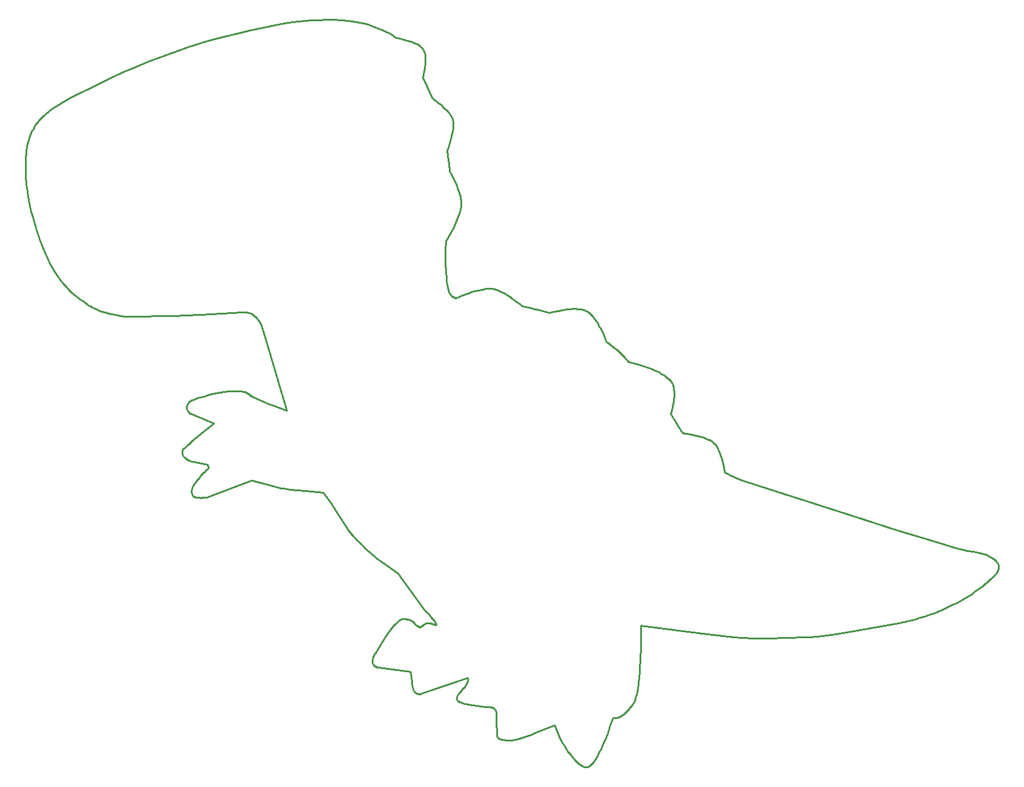
<source format=gbr>
G04 #@! TF.GenerationSoftware,KiCad,Pcbnew,8.0.2*
G04 #@! TF.CreationDate,2024-12-10T10:09:32-07:00*
G04 #@! TF.ProjectId,Makerspace_THT_Workshop,4d616b65-7273-4706-9163-655f5448545f,V1.0*
G04 #@! TF.SameCoordinates,Original*
G04 #@! TF.FileFunction,Profile,NP*
%FSLAX46Y46*%
G04 Gerber Fmt 4.6, Leading zero omitted, Abs format (unit mm)*
G04 Created by KiCad (PCBNEW 8.0.2) date 2024-12-10 10:09:32*
%MOMM*%
%LPD*%
G01*
G04 APERTURE LIST*
G04 #@! TA.AperFunction,Profile*
%ADD10C,0.291041*%
G04 #@! TD*
G04 APERTURE END LIST*
D10*
X125249469Y-49621411D02*
X126307109Y-49664744D01*
X127349727Y-49753325D01*
X128360195Y-49893795D01*
X128848020Y-49985564D01*
X129321385Y-50092794D01*
X129778148Y-50216318D01*
X130216168Y-50356963D01*
X130881837Y-50595982D01*
X131481228Y-50825263D01*
X132019751Y-51047344D01*
X132502818Y-51264764D01*
X132935840Y-51480061D01*
X133324230Y-51695772D01*
X133673398Y-51914435D01*
X133988757Y-52138589D01*
X134467509Y-52229337D01*
X134973774Y-52346269D01*
X135266745Y-52423644D01*
X135576033Y-52514015D01*
X135893956Y-52617671D01*
X136212834Y-52734905D01*
X136524985Y-52866009D01*
X136822727Y-53011273D01*
X136963796Y-53089306D01*
X137098381Y-53170989D01*
X137225524Y-53256357D01*
X137344264Y-53345448D01*
X137453641Y-53438297D01*
X137552695Y-53534942D01*
X137640466Y-53635418D01*
X137715994Y-53739762D01*
X137716002Y-53739796D01*
X137779233Y-53848666D01*
X137834150Y-53966938D01*
X137881167Y-54093768D01*
X137920698Y-54228313D01*
X137978954Y-54517174D01*
X138012226Y-54826776D01*
X138023824Y-55150374D01*
X138017055Y-55481222D01*
X137995229Y-55812576D01*
X137961653Y-56137688D01*
X137919637Y-56449814D01*
X137872489Y-56742209D01*
X137776029Y-57240822D01*
X137667100Y-57704469D01*
X137842766Y-58053306D01*
X138016665Y-58408786D01*
X138188375Y-58769764D01*
X138357472Y-59135097D01*
X138523535Y-59503642D01*
X138686141Y-59874255D01*
X138844867Y-60245793D01*
X138999291Y-60617112D01*
X139385350Y-60882647D01*
X139789449Y-61181778D01*
X140021378Y-61363370D01*
X140264508Y-61562671D01*
X140512297Y-61776948D01*
X140758208Y-62003468D01*
X140995700Y-62239499D01*
X141218235Y-62482309D01*
X141321849Y-62605402D01*
X141419272Y-62729165D01*
X141509685Y-62853257D01*
X141592272Y-62977335D01*
X141666214Y-63101059D01*
X141730695Y-63224086D01*
X141784897Y-63346076D01*
X141828002Y-63466687D01*
X141865019Y-63605741D01*
X141892651Y-63753144D01*
X141911435Y-63908061D01*
X141921911Y-64069655D01*
X141920090Y-64409521D01*
X141891495Y-64766046D01*
X141840435Y-65132534D01*
X141771217Y-65502287D01*
X141688147Y-65868609D01*
X141595534Y-66224802D01*
X141398907Y-66880018D01*
X141215794Y-67414360D01*
X141027953Y-67906123D01*
X141138109Y-68570772D01*
X141244309Y-69255995D01*
X141294407Y-69609508D01*
X141341695Y-69971989D01*
X141385563Y-70344712D01*
X141425405Y-70728951D01*
X141678748Y-71204006D01*
X141937843Y-71724252D01*
X142083701Y-72033596D01*
X142234034Y-72367580D01*
X142384044Y-72720071D01*
X142528933Y-73084940D01*
X142663900Y-73456055D01*
X142784149Y-73827285D01*
X142884880Y-74192499D01*
X142961295Y-74545566D01*
X142988884Y-74715629D01*
X143008594Y-74880355D01*
X143019826Y-75038980D01*
X143021980Y-75190736D01*
X142992790Y-75564199D01*
X142921704Y-75965648D01*
X142814762Y-76387899D01*
X142678005Y-76823763D01*
X142517474Y-77266055D01*
X142339210Y-77707589D01*
X142149254Y-78141177D01*
X141953646Y-78559636D01*
X141569639Y-79322414D01*
X141235516Y-79938434D01*
X140910225Y-80500238D01*
X140891450Y-80671488D01*
X140874626Y-80844349D01*
X140859597Y-81023894D01*
X140846209Y-81215198D01*
X140846167Y-81215198D01*
X140835822Y-81423193D01*
X140830236Y-81633038D01*
X140828226Y-81843682D01*
X140828610Y-82054079D01*
X140831830Y-82469933D01*
X140832302Y-82673294D01*
X140830439Y-82872214D01*
X140828033Y-83152346D01*
X140830191Y-83410239D01*
X140836371Y-83653284D01*
X140846031Y-83888869D01*
X140873628Y-84367223D01*
X140908647Y-84904417D01*
X140952880Y-85516215D01*
X140979753Y-85825898D01*
X141009179Y-86121732D01*
X141040693Y-86391437D01*
X141073831Y-86622736D01*
X141108129Y-86803348D01*
X141125567Y-86870809D01*
X141143121Y-86920995D01*
X141156701Y-86963609D01*
X141169521Y-87022289D01*
X141199853Y-87179986D01*
X141220852Y-87275071D01*
X141248064Y-87378359D01*
X141283233Y-87487886D01*
X141328101Y-87601684D01*
X141354717Y-87659571D01*
X141384412Y-87717789D01*
X141417403Y-87776092D01*
X141453909Y-87834235D01*
X141494147Y-87891971D01*
X141538336Y-87949055D01*
X141586692Y-88005242D01*
X141639435Y-88060285D01*
X141696782Y-88113940D01*
X141758951Y-88165959D01*
X141826160Y-88216098D01*
X141898626Y-88264111D01*
X141976569Y-88309752D01*
X142060205Y-88352775D01*
X142149752Y-88392936D01*
X142245429Y-88429987D01*
X142803584Y-88191150D01*
X143412666Y-87951630D01*
X143773864Y-87819061D01*
X144162987Y-87684510D01*
X144572651Y-87552897D01*
X144995472Y-87429141D01*
X145424066Y-87318160D01*
X145851048Y-87224873D01*
X146269034Y-87154199D01*
X146472346Y-87128879D01*
X146670640Y-87111057D01*
X146862993Y-87101347D01*
X147048482Y-87100365D01*
X147226183Y-87108725D01*
X147395175Y-87127043D01*
X147547634Y-87154175D01*
X147705167Y-87192238D01*
X148032856Y-87298067D01*
X148373041Y-87438341D01*
X148720520Y-87606873D01*
X149070092Y-87797478D01*
X149416556Y-88003968D01*
X149754709Y-88220155D01*
X150079350Y-88439854D01*
X150667293Y-88865036D01*
X151138771Y-89230017D01*
X151565888Y-89581398D01*
X152386849Y-89755502D01*
X153323811Y-89968813D01*
X153816070Y-90087632D01*
X154313661Y-90213205D01*
X154808695Y-90344517D01*
X155293284Y-90480553D01*
X155885016Y-90328479D01*
X156523954Y-90189167D01*
X156899812Y-90118504D01*
X157302072Y-90052810D01*
X157722339Y-89996319D01*
X158152220Y-89953261D01*
X158583320Y-89927868D01*
X159007246Y-89924373D01*
X159213896Y-89932159D01*
X159415604Y-89947006D01*
X159611322Y-89969444D01*
X159800000Y-90000000D01*
X159980590Y-90039204D01*
X160152041Y-90087586D01*
X160313304Y-90145673D01*
X160463331Y-90213995D01*
X160606737Y-90295630D01*
X160748430Y-90392381D01*
X160888224Y-90503089D01*
X161025933Y-90626592D01*
X161161370Y-90761729D01*
X161294349Y-90907337D01*
X161552188Y-91225325D01*
X161797962Y-91571265D01*
X162030180Y-91935866D01*
X162247352Y-92309839D01*
X162447989Y-92683891D01*
X162630601Y-93048732D01*
X162793698Y-93395071D01*
X163055389Y-93995080D01*
X163279043Y-94564279D01*
X163547321Y-94753836D01*
X163808892Y-94944361D01*
X164060875Y-95133990D01*
X164300392Y-95320854D01*
X164524563Y-95503089D01*
X164730508Y-95678827D01*
X164915348Y-95846201D01*
X165076203Y-96003346D01*
X165759212Y-96699755D01*
X166382167Y-97330023D01*
X167161434Y-97518558D01*
X167984483Y-97752147D01*
X168460309Y-97903167D01*
X168962220Y-98076771D01*
X169477632Y-98272787D01*
X169993957Y-98491043D01*
X170498610Y-98731364D01*
X170979003Y-98993577D01*
X171206170Y-99132839D01*
X171422551Y-99277510D01*
X171626575Y-99427566D01*
X171816668Y-99582988D01*
X171991256Y-99743753D01*
X172148766Y-99909839D01*
X172287625Y-100081226D01*
X172406260Y-100257890D01*
X172471209Y-100378804D01*
X172527050Y-100509656D01*
X172574245Y-100649544D01*
X172613256Y-100797564D01*
X172668575Y-101114385D01*
X172696703Y-101452892D01*
X172701337Y-101805857D01*
X172686175Y-102166050D01*
X172654912Y-102526245D01*
X172611245Y-102879213D01*
X172501487Y-103534554D01*
X172386474Y-104074248D01*
X172258975Y-104575394D01*
X173005964Y-105825811D01*
X173417318Y-106501904D01*
X173644282Y-106862974D01*
X173889941Y-107243317D01*
X174418077Y-107315434D01*
X174982702Y-107411780D01*
X175312285Y-107476833D01*
X175662767Y-107553829D01*
X176026184Y-107643284D01*
X176394576Y-107745714D01*
X176759978Y-107861637D01*
X177114430Y-107991569D01*
X177449970Y-108136027D01*
X177608159Y-108213865D01*
X177758634Y-108295527D01*
X177900400Y-108381080D01*
X178032461Y-108470587D01*
X178153822Y-108564112D01*
X178263488Y-108661722D01*
X178359381Y-108761642D01*
X178451839Y-108872730D01*
X178626551Y-109124652D01*
X178787831Y-109409963D01*
X178935882Y-109721140D01*
X179070910Y-110050660D01*
X179193121Y-110390997D01*
X179302719Y-110734630D01*
X179399909Y-111074033D01*
X179557888Y-111710058D01*
X179668698Y-112238882D01*
X179755377Y-112734169D01*
X180157840Y-112939940D01*
X180568861Y-113135737D01*
X180983675Y-113321106D01*
X181397519Y-113495590D01*
X182203242Y-113810081D01*
X182947923Y-114075566D01*
X183593455Y-114288400D01*
X184101731Y-114444937D01*
X184554080Y-114574541D01*
X197747752Y-118826533D01*
X203781823Y-120796197D01*
X206952932Y-121715949D01*
X209723482Y-122534371D01*
X212223286Y-123297365D01*
X212565622Y-123396279D01*
X212917577Y-123482753D01*
X213641250Y-123630535D01*
X214376109Y-123765016D01*
X215103961Y-123910500D01*
X215459573Y-123994964D01*
X215806610Y-124091292D01*
X216142797Y-124202523D01*
X216465860Y-124331696D01*
X216773525Y-124481847D01*
X217063518Y-124656016D01*
X217201177Y-124753056D01*
X217333564Y-124857240D01*
X217460396Y-124968947D01*
X217581388Y-125088557D01*
X217617606Y-125127735D01*
X217651515Y-125166857D01*
X217683173Y-125205926D01*
X217712633Y-125244945D01*
X217739953Y-125283914D01*
X217765186Y-125322838D01*
X217788389Y-125361716D01*
X217809617Y-125400553D01*
X217828925Y-125439349D01*
X217846369Y-125478107D01*
X217875886Y-125555516D01*
X217898611Y-125632797D01*
X217914988Y-125709968D01*
X217925459Y-125787044D01*
X217930469Y-125864042D01*
X217930460Y-125940979D01*
X217925876Y-126017872D01*
X217917160Y-126094737D01*
X217904756Y-126171592D01*
X217889106Y-126248453D01*
X217870655Y-126325336D01*
X217851602Y-126388619D01*
X217826861Y-126452900D01*
X217796846Y-126517980D01*
X217761969Y-126583664D01*
X217722642Y-126649753D01*
X217679279Y-126716051D01*
X217582093Y-126848484D01*
X217473713Y-126979386D01*
X217357438Y-127107179D01*
X217236570Y-127230287D01*
X217114410Y-127347132D01*
X216994259Y-127456137D01*
X216879418Y-127555725D01*
X216678871Y-127720341D01*
X216486743Y-127867175D01*
X216292616Y-128052771D01*
X216049803Y-128269606D01*
X215709684Y-128555658D01*
X215272156Y-128900820D01*
X214737115Y-129294987D01*
X214104458Y-129728051D01*
X213374081Y-130189907D01*
X212972214Y-130428473D01*
X212545879Y-130670448D01*
X212095062Y-130914568D01*
X211619750Y-131159569D01*
X211119930Y-131404188D01*
X210595589Y-131647163D01*
X210046714Y-131887229D01*
X209473292Y-132123123D01*
X208875311Y-132353583D01*
X208252757Y-132577344D01*
X207605617Y-132793144D01*
X206933879Y-132999720D01*
X206237529Y-133195807D01*
X205516554Y-133380143D01*
X204770941Y-133551465D01*
X204000679Y-133708508D01*
X198710606Y-134679183D01*
X195211408Y-135260020D01*
X192682878Y-135615649D01*
X191332635Y-135682088D01*
X188047892Y-135795421D01*
X186039139Y-135829370D01*
X183977627Y-135826678D01*
X182006979Y-135771224D01*
X181100611Y-135718673D01*
X180270817Y-135646886D01*
X176598202Y-135222866D01*
X172603165Y-134716774D01*
X168077603Y-134114932D01*
X168077603Y-137241396D01*
X167796225Y-141587181D01*
X167771969Y-141809328D01*
X167706790Y-142347619D01*
X167662413Y-142675249D01*
X167612076Y-143009831D01*
X167557201Y-143327338D01*
X167528507Y-143472179D01*
X167499212Y-143603741D01*
X167456755Y-143762551D01*
X167401897Y-143941895D01*
X167340205Y-144128918D01*
X167277247Y-144310764D01*
X167124083Y-144729271D01*
X167051174Y-144841565D01*
X166847612Y-145134056D01*
X166703945Y-145327067D01*
X166536147Y-145540158D01*
X166347059Y-145765005D01*
X166139527Y-145993284D01*
X165916394Y-146216674D01*
X165680503Y-146426849D01*
X165558662Y-146524381D01*
X165434698Y-146615488D01*
X165308967Y-146699129D01*
X165181824Y-146774266D01*
X165053623Y-146839856D01*
X164924722Y-146894860D01*
X164795475Y-146938238D01*
X164666238Y-146968948D01*
X164537366Y-146985951D01*
X164409214Y-146988206D01*
X164282139Y-146974672D01*
X164156495Y-146944310D01*
X164156495Y-146944394D01*
X163786197Y-148059437D01*
X163373066Y-149196761D01*
X163124013Y-149835567D01*
X162852162Y-150492637D01*
X162561657Y-151146598D01*
X162256645Y-151776078D01*
X161941270Y-152359702D01*
X161619677Y-152876096D01*
X161457844Y-153102404D01*
X161296011Y-153303889D01*
X161134696Y-153477880D01*
X160974418Y-153621706D01*
X160815694Y-153732694D01*
X160659042Y-153808174D01*
X160504981Y-153845472D01*
X160354029Y-153841919D01*
X160203584Y-153806656D01*
X160051001Y-153751526D01*
X159896735Y-153677904D01*
X159741237Y-153587167D01*
X159584963Y-153480692D01*
X159428365Y-153359854D01*
X159271896Y-153226030D01*
X159116010Y-153080596D01*
X158807801Y-152760405D01*
X158507365Y-152410292D01*
X158218327Y-152041265D01*
X157944316Y-151664337D01*
X157688957Y-151290517D01*
X157455879Y-150930817D01*
X157071072Y-150297818D01*
X156728407Y-149685716D01*
X156020967Y-148005554D01*
X153810216Y-148801416D01*
X153290039Y-149044037D01*
X152722966Y-149285346D01*
X152386934Y-149417927D01*
X152025145Y-149551573D01*
X151644526Y-149681121D01*
X151252008Y-149801407D01*
X150854518Y-149907266D01*
X150458987Y-149993536D01*
X150072342Y-150055052D01*
X149884518Y-150074913D01*
X149701514Y-150086650D01*
X149524196Y-150089616D01*
X149353430Y-150083166D01*
X149190083Y-150066654D01*
X149035020Y-150039436D01*
X148681340Y-149972642D01*
X148591568Y-149952367D01*
X148503560Y-149928061D01*
X148418467Y-149898423D01*
X148377374Y-149881199D01*
X148337441Y-149862155D01*
X148298813Y-149841127D01*
X148261633Y-149817954D01*
X148226046Y-149792473D01*
X148192196Y-149764521D01*
X148160227Y-149733937D01*
X148130282Y-149700556D01*
X148102505Y-149664218D01*
X148077041Y-149624759D01*
X148054034Y-149582017D01*
X148033627Y-149535829D01*
X148015965Y-149486033D01*
X148001191Y-149432467D01*
X147989449Y-149374967D01*
X147980885Y-149313371D01*
X147975640Y-149247516D01*
X147973860Y-149177241D01*
X147971010Y-148881945D01*
X147963495Y-148584834D01*
X147940693Y-148035949D01*
X147907527Y-147474974D01*
X147907527Y-146259059D01*
X147907198Y-146223100D01*
X147904223Y-146181882D01*
X147897097Y-146128487D01*
X147884111Y-146065403D01*
X147863556Y-145995117D01*
X147849906Y-145958051D01*
X147833723Y-145920116D01*
X147814794Y-145881625D01*
X147792904Y-145842887D01*
X147767841Y-145804215D01*
X147739390Y-145765918D01*
X147707338Y-145728308D01*
X147671472Y-145691695D01*
X147631577Y-145656390D01*
X147587441Y-145622705D01*
X147538850Y-145590950D01*
X147485589Y-145561436D01*
X147427446Y-145534474D01*
X147364207Y-145510374D01*
X147295659Y-145489449D01*
X147221587Y-145472008D01*
X147141778Y-145458362D01*
X147056019Y-145448823D01*
X146964096Y-145443701D01*
X146865795Y-145443307D01*
X146645972Y-145440755D01*
X146396740Y-145425948D01*
X145834103Y-145366431D01*
X145226006Y-145278462D01*
X144620566Y-145175749D01*
X143610142Y-144980923D01*
X143187787Y-144891612D01*
X143142246Y-144867350D01*
X143073817Y-144841500D01*
X142891618Y-144777307D01*
X142789508Y-144735097D01*
X142687832Y-144683567D01*
X142638978Y-144653703D01*
X142592419Y-144620784D01*
X142548883Y-144584568D01*
X142509100Y-144544814D01*
X142473798Y-144501280D01*
X142443706Y-144453724D01*
X142419552Y-144401905D01*
X142402065Y-144345581D01*
X142391975Y-144284511D01*
X142390010Y-144218452D01*
X142396898Y-144147164D01*
X142413369Y-144070404D01*
X142440151Y-143987930D01*
X142477973Y-143899502D01*
X142527564Y-143804878D01*
X142589653Y-143703815D01*
X142664968Y-143596073D01*
X142754238Y-143481409D01*
X142858192Y-143359582D01*
X142977559Y-143230350D01*
X143211206Y-142976545D01*
X143406872Y-142744706D01*
X143567716Y-142534060D01*
X143696901Y-142343837D01*
X143797587Y-142173265D01*
X143872935Y-142021573D01*
X143926105Y-141887988D01*
X143960259Y-141771741D01*
X143978557Y-141672059D01*
X143984160Y-141588171D01*
X143980229Y-141519305D01*
X143969925Y-141464690D01*
X143956408Y-141423554D01*
X143942840Y-141395127D01*
X143928193Y-141373311D01*
X137384379Y-143606175D01*
X137338524Y-143615502D01*
X137285576Y-143622497D01*
X137216502Y-143626902D01*
X137134214Y-143625607D01*
X137089027Y-143621851D01*
X137041629Y-143615504D01*
X136992385Y-143606177D01*
X136941660Y-143593483D01*
X136889817Y-143577032D01*
X136837222Y-143556436D01*
X136784238Y-143531306D01*
X136731230Y-143501254D01*
X136678561Y-143465891D01*
X136626597Y-143424828D01*
X136575702Y-143377677D01*
X136526240Y-143324049D01*
X136478574Y-143263556D01*
X136433071Y-143195808D01*
X136390093Y-143120418D01*
X136350006Y-143036997D01*
X136313173Y-142945156D01*
X136279959Y-142844506D01*
X136250728Y-142734659D01*
X136225845Y-142615226D01*
X136205673Y-142485819D01*
X136190578Y-142346049D01*
X136142046Y-141821950D01*
X136096623Y-141403033D01*
X136055343Y-141078417D01*
X136019245Y-140837221D01*
X135989365Y-140668565D01*
X135966738Y-140561568D01*
X135947393Y-140489027D01*
X131614339Y-139958447D01*
X131539942Y-139950545D01*
X131457681Y-139936442D01*
X131354922Y-139911813D01*
X131238820Y-139873842D01*
X131178002Y-139848973D01*
X131116532Y-139819712D01*
X131055306Y-139785707D01*
X130995217Y-139746605D01*
X130937160Y-139702054D01*
X130882029Y-139651703D01*
X130830720Y-139595199D01*
X130784127Y-139532190D01*
X130743145Y-139462323D01*
X130708667Y-139385247D01*
X130681590Y-139300610D01*
X130662806Y-139208059D01*
X130653212Y-139107242D01*
X130653701Y-138997806D01*
X130665169Y-138879400D01*
X130688509Y-138751672D01*
X130724617Y-138614270D01*
X130774387Y-138466840D01*
X130838713Y-138309032D01*
X130918491Y-138140492D01*
X131014614Y-137960869D01*
X131127978Y-137769810D01*
X131996039Y-136393281D01*
X132634045Y-135412609D01*
X133161860Y-134630557D01*
X133348737Y-134418119D01*
X133550078Y-134198039D01*
X133794684Y-133942465D01*
X133926492Y-133810841D01*
X134061053Y-133681710D01*
X134195679Y-133558862D01*
X134327681Y-133446085D01*
X134454373Y-133347168D01*
X134514888Y-133304091D01*
X134573067Y-133265899D01*
X134628574Y-133233068D01*
X134681074Y-133206069D01*
X134730230Y-133185378D01*
X134775706Y-133171466D01*
X134820167Y-133162311D01*
X134866365Y-133155483D01*
X134963144Y-133148277D01*
X135064393Y-133148778D01*
X135168459Y-133155919D01*
X135273690Y-133168629D01*
X135378436Y-133185841D01*
X135481045Y-133206486D01*
X135579865Y-133229495D01*
X135759531Y-133278330D01*
X135904223Y-133323798D01*
X136035832Y-133370431D01*
X136203863Y-133528630D01*
X136380424Y-133688816D01*
X136588925Y-133869670D01*
X136698179Y-133960023D01*
X136807048Y-134046152D01*
X136912742Y-134124927D01*
X137012472Y-134193219D01*
X137103449Y-134247897D01*
X137144783Y-134269152D01*
X137182882Y-134285830D01*
X137217398Y-134297539D01*
X137247981Y-134303889D01*
X137274284Y-134304487D01*
X137295958Y-134298943D01*
X137342488Y-134276257D01*
X137390476Y-134250106D01*
X137439306Y-134221170D01*
X137488362Y-134190130D01*
X137537030Y-134157665D01*
X137584693Y-134124456D01*
X137674547Y-134058523D01*
X137753002Y-133997772D01*
X137815135Y-133947643D01*
X137870748Y-133901012D01*
X137892597Y-133885683D01*
X137920004Y-133869097D01*
X137958487Y-133848852D01*
X138008110Y-133826664D01*
X138037120Y-133815378D01*
X138068938Y-133804249D01*
X138103574Y-133793493D01*
X138141036Y-133783324D01*
X138181331Y-133773957D01*
X138224468Y-133765606D01*
X138270454Y-133758485D01*
X138319299Y-133752809D01*
X138371009Y-133748793D01*
X138425594Y-133746652D01*
X138483060Y-133746599D01*
X138543417Y-133748849D01*
X138606673Y-133753618D01*
X138672835Y-133761119D01*
X138741911Y-133771567D01*
X138813910Y-133785176D01*
X138888840Y-133802161D01*
X138966709Y-133822738D01*
X139047524Y-133847119D01*
X139131295Y-133875520D01*
X139218029Y-133908155D01*
X139307734Y-133945239D01*
X139388878Y-133975726D01*
X139450656Y-133989135D01*
X139494169Y-133986521D01*
X139520519Y-133968942D01*
X139530807Y-133937454D01*
X139526133Y-133893114D01*
X139507598Y-133836978D01*
X139476305Y-133770103D01*
X139379844Y-133608360D01*
X139245558Y-133416339D01*
X139082257Y-133202491D01*
X138898748Y-132975268D01*
X138506340Y-132514508D01*
X138138803Y-132101676D01*
X137760213Y-131690269D01*
X134218044Y-126814726D01*
X133368525Y-126229981D01*
X132458858Y-125569944D01*
X131927199Y-125168687D01*
X131361238Y-124727815D01*
X130773660Y-124253236D01*
X130177151Y-123750858D01*
X129584398Y-123226589D01*
X129008086Y-122686336D01*
X128460902Y-122136008D01*
X127955531Y-121581512D01*
X127722490Y-121304548D01*
X127504660Y-121028757D01*
X127303626Y-120754878D01*
X127120974Y-120483650D01*
X125824959Y-118493463D01*
X124772221Y-116919483D01*
X123806926Y-115512569D01*
X123033125Y-115458344D01*
X121227591Y-115313257D01*
X120179736Y-115214884D01*
X119164123Y-115103689D01*
X118277477Y-114982968D01*
X117912742Y-114920066D01*
X117616522Y-114856020D01*
X116435304Y-114549720D01*
X115177878Y-114211182D01*
X113770970Y-113824283D01*
X107573181Y-116202670D01*
X107394060Y-116224739D01*
X107196768Y-116242932D01*
X107078951Y-116251079D01*
X106951309Y-116257550D01*
X106816060Y-116261561D01*
X106675421Y-116262330D01*
X106531611Y-116259075D01*
X106386846Y-116251012D01*
X106243344Y-116237360D01*
X106103322Y-116217335D01*
X106035309Y-116204688D01*
X105968998Y-116190154D01*
X105904666Y-116173636D01*
X105842589Y-116155035D01*
X105800975Y-116139049D01*
X105761398Y-116118762D01*
X105723907Y-116094355D01*
X105688550Y-116066007D01*
X105655375Y-116033898D01*
X105624431Y-115998207D01*
X105595767Y-115959113D01*
X105569432Y-115916797D01*
X105545473Y-115871438D01*
X105523939Y-115823215D01*
X105504880Y-115772308D01*
X105488342Y-115718897D01*
X105474376Y-115663160D01*
X105463030Y-115605279D01*
X105454351Y-115545431D01*
X105448390Y-115483798D01*
X105445193Y-115420557D01*
X105444811Y-115355890D01*
X105447290Y-115289975D01*
X105452681Y-115222992D01*
X105461032Y-115155121D01*
X105472390Y-115086541D01*
X105486805Y-115017431D01*
X105504325Y-114947972D01*
X105524998Y-114878343D01*
X105548875Y-114808723D01*
X105576001Y-114739292D01*
X105606428Y-114670229D01*
X105640202Y-114601715D01*
X105677373Y-114533928D01*
X105717989Y-114467048D01*
X105762098Y-114401256D01*
X105981116Y-114097595D01*
X106192086Y-113819197D01*
X106394170Y-113565280D01*
X106586528Y-113335061D01*
X106768320Y-113127757D01*
X106938708Y-112942586D01*
X107096852Y-112778765D01*
X107241913Y-112635511D01*
X107489428Y-112407574D01*
X107674537Y-112252514D01*
X107830683Y-112135980D01*
X107744594Y-111637526D01*
X105163255Y-111111713D01*
X105126116Y-111095525D01*
X105027233Y-111048067D01*
X104960514Y-111013130D01*
X104885410Y-110970997D01*
X104804272Y-110921877D01*
X104719449Y-110865975D01*
X104633293Y-110803499D01*
X104548153Y-110734657D01*
X104506699Y-110697913D01*
X104466381Y-110659655D01*
X104427491Y-110619910D01*
X104390325Y-110578702D01*
X104355175Y-110536058D01*
X104322337Y-110492004D01*
X104292103Y-110446566D01*
X104264767Y-110399769D01*
X104240623Y-110351640D01*
X104219965Y-110302204D01*
X104203086Y-110251487D01*
X104190281Y-110199516D01*
X104169789Y-110106657D01*
X104159339Y-110058947D01*
X104149885Y-110010276D01*
X104142274Y-109960564D01*
X104137355Y-109909731D01*
X104135976Y-109857697D01*
X104136879Y-109831205D01*
X104138985Y-109804382D01*
X104142401Y-109777219D01*
X104147231Y-109749706D01*
X104153583Y-109721833D01*
X104161562Y-109693590D01*
X104171274Y-109664966D01*
X104182826Y-109635952D01*
X104196323Y-109606538D01*
X104211871Y-109576713D01*
X104229577Y-109546469D01*
X104249546Y-109515794D01*
X104271885Y-109484679D01*
X104296700Y-109453113D01*
X104324095Y-109421087D01*
X104354179Y-109388591D01*
X104387056Y-109355615D01*
X104422833Y-109322148D01*
X104977169Y-108831929D01*
X105621636Y-108278691D01*
X106978716Y-107141438D01*
X108549763Y-105851767D01*
X105360768Y-104569922D01*
X105330131Y-104551440D01*
X105295275Y-104528800D01*
X105250452Y-104497638D01*
X105197955Y-104458264D01*
X105140078Y-104410984D01*
X105079114Y-104356107D01*
X105017356Y-104293942D01*
X104986897Y-104260223D01*
X104957099Y-104224797D01*
X104928250Y-104187703D01*
X104900636Y-104148980D01*
X104874543Y-104108666D01*
X104850260Y-104066799D01*
X104828071Y-104023419D01*
X104808264Y-103978564D01*
X104791125Y-103932271D01*
X104776942Y-103884581D01*
X104766001Y-103835531D01*
X104758588Y-103785160D01*
X104754991Y-103733506D01*
X104755495Y-103680608D01*
X104760388Y-103626505D01*
X104769957Y-103571234D01*
X104792368Y-103467433D01*
X104805767Y-103412060D01*
X104821739Y-103354869D01*
X104841115Y-103296234D01*
X104864729Y-103236529D01*
X104893413Y-103176128D01*
X104909917Y-103145782D01*
X104928000Y-103115402D01*
X104947767Y-103085035D01*
X104969322Y-103054727D01*
X104992768Y-103024525D01*
X105018211Y-102994476D01*
X105045754Y-102964626D01*
X105075501Y-102935022D01*
X105107556Y-102905710D01*
X105142024Y-102876738D01*
X105179007Y-102848152D01*
X105218611Y-102819999D01*
X105260940Y-102792325D01*
X105306097Y-102765177D01*
X105354187Y-102738602D01*
X105405313Y-102712647D01*
X105459580Y-102687357D01*
X105517092Y-102662781D01*
X105906328Y-102511016D01*
X106297853Y-102371936D01*
X106688095Y-102245038D01*
X107073483Y-102129818D01*
X107815407Y-101932397D01*
X108495045Y-101775644D01*
X110019202Y-101474728D01*
X110061500Y-101461959D01*
X110139014Y-101447588D01*
X110384766Y-101417095D01*
X110726619Y-101389361D01*
X111134734Y-101370498D01*
X111354315Y-101366302D01*
X111579271Y-101366615D01*
X111805874Y-101372201D01*
X112030392Y-101383824D01*
X112249096Y-101402248D01*
X112458257Y-101428237D01*
X112654143Y-101462555D01*
X112833026Y-101505965D01*
X112874426Y-101518604D01*
X112915182Y-101532675D01*
X112994910Y-101564796D01*
X113072502Y-101601689D01*
X113148255Y-101642716D01*
X113222462Y-101687239D01*
X113295420Y-101734617D01*
X113367421Y-101784214D01*
X113438762Y-101835391D01*
X113580641Y-101939929D01*
X113723415Y-102043125D01*
X113795874Y-102092622D01*
X113869441Y-102139869D01*
X113944411Y-102184225D01*
X114021078Y-102225053D01*
X114659672Y-102525120D01*
X115398999Y-102843546D01*
X116181769Y-103162341D01*
X116950690Y-103463514D01*
X118742043Y-104132195D01*
X115553048Y-93533482D01*
X115526364Y-93387540D01*
X115489366Y-93220638D01*
X115433363Y-93004915D01*
X115355927Y-92750722D01*
X115254630Y-92468409D01*
X115127045Y-92168327D01*
X114970744Y-91860825D01*
X114881067Y-91707527D01*
X114783301Y-91556254D01*
X114677143Y-91408303D01*
X114562288Y-91264965D01*
X114438435Y-91127535D01*
X114305278Y-90997307D01*
X114162516Y-90875574D01*
X114009844Y-90763631D01*
X113846959Y-90662770D01*
X113673557Y-90574286D01*
X113489336Y-90499473D01*
X113293992Y-90439625D01*
X113087221Y-90396034D01*
X112868720Y-90369995D01*
X112638186Y-90362803D01*
X112395315Y-90375749D01*
X109769572Y-90569204D01*
X106583999Y-90750933D01*
X102765808Y-90938522D01*
X96731733Y-91000995D01*
X96160665Y-90954587D01*
X95529815Y-90877342D01*
X95152265Y-90819599D01*
X94742520Y-90746972D01*
X94307494Y-90657856D01*
X93854104Y-90550651D01*
X93389264Y-90423752D01*
X92919890Y-90275557D01*
X92452897Y-90104463D01*
X92222455Y-90009828D01*
X91995202Y-89908866D01*
X91772001Y-89801379D01*
X91553719Y-89687165D01*
X91341218Y-89566023D01*
X91135364Y-89437755D01*
X90327064Y-88897586D01*
X89924173Y-88612159D01*
X89522793Y-88311253D01*
X89123429Y-87990928D01*
X88726583Y-87647247D01*
X88332760Y-87276270D01*
X87942464Y-86874058D01*
X87556197Y-86436674D01*
X87174465Y-85960179D01*
X86797770Y-85440633D01*
X86426617Y-84874098D01*
X86061509Y-84256636D01*
X85702950Y-83584308D01*
X85351445Y-82853175D01*
X85007495Y-82059299D01*
X84375181Y-80448680D01*
X83835560Y-78923063D01*
X83384605Y-77482446D01*
X83018283Y-76126830D01*
X82732565Y-74856216D01*
X82523422Y-73670602D01*
X82386821Y-72569990D01*
X82318734Y-71554379D01*
X82292519Y-70585806D01*
X82293059Y-69629581D01*
X82307506Y-69157631D01*
X82333613Y-68690605D01*
X82373037Y-68229118D01*
X82427437Y-67773782D01*
X82498468Y-67325209D01*
X82587789Y-66884011D01*
X82697055Y-66450803D01*
X82827926Y-66026196D01*
X82982057Y-65610804D01*
X83161107Y-65205239D01*
X83366731Y-64810113D01*
X83600588Y-64426040D01*
X83784126Y-64159263D01*
X83977693Y-63901795D01*
X84180847Y-63653267D01*
X84393147Y-63413309D01*
X84614153Y-63181552D01*
X84843424Y-62957627D01*
X85324994Y-62531789D01*
X85834332Y-62132840D01*
X86367910Y-61757823D01*
X86922201Y-61403780D01*
X87493677Y-61067755D01*
X88078812Y-60746790D01*
X88674077Y-60437929D01*
X89880892Y-59844690D01*
X91085903Y-59264381D01*
X92260893Y-58673347D01*
X94016050Y-57787818D01*
X95798174Y-56956222D01*
X97603768Y-56173696D01*
X99429340Y-55435375D01*
X101271391Y-54736396D01*
X103126429Y-54071893D01*
X104990956Y-53437003D01*
X106861477Y-52826861D01*
X108319684Y-52395198D01*
X109996841Y-51950958D01*
X111765537Y-51515756D01*
X113498360Y-51111209D01*
X117522721Y-50231892D01*
X118864169Y-50027209D01*
X120335439Y-49851043D01*
X121211261Y-49767745D01*
X122157704Y-49696493D01*
X123157638Y-49643926D01*
X124193936Y-49616685D01*
X125249469Y-49621411D01*
M02*

</source>
